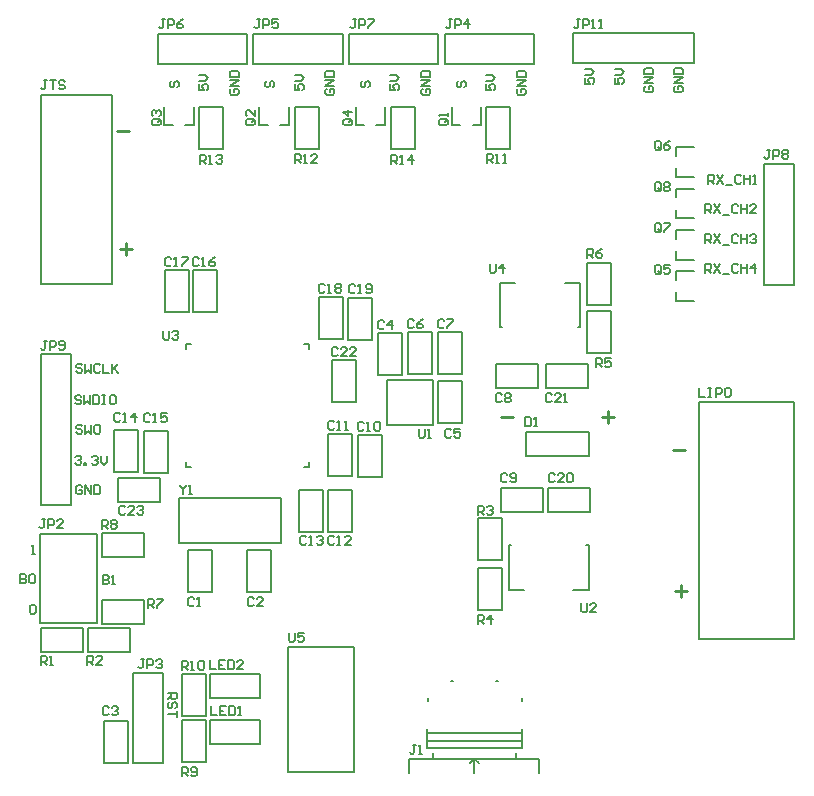
<source format=gto>
G04 Layer_Color=65535*
%FSLAX44Y44*%
%MOMM*%
G71*
G01*
G75*
%ADD40C,0.2000*%
%ADD41C,0.1270*%
%ADD42C,0.2540*%
D40*
X83500Y-159000D02*
X96500D01*
X138500D02*
X151500D01*
X149500Y-121000D02*
X151500D01*
X83500D02*
X85500D01*
X151500Y-159000D02*
Y-121000D01*
X83500Y-159000D02*
Y-121000D01*
X131000Y101500D02*
X144000D01*
X76000D02*
X89000D01*
X76000Y63500D02*
X78000D01*
X142000D02*
X144000D01*
X76000D02*
Y101500D01*
X144000Y63500D02*
Y101500D01*
X-169000Y-250000D02*
Y-230000D01*
Y-250000D02*
X-127000D01*
Y-230000D01*
X-169000D02*
X-127000D01*
X-169000Y-289000D02*
Y-269000D01*
Y-289000D02*
X-127000D01*
Y-269000D01*
X-169000D02*
X-127000D01*
X19250Y-19250D02*
Y19250D01*
X-19250Y-19250D02*
X19250D01*
X-19250D02*
Y19250D01*
X19250D01*
X-187660Y-160280D02*
Y-124720D01*
Y-160280D02*
X-167340D01*
Y-124720D01*
X-187660D02*
X-167340D01*
X-137660Y-160280D02*
Y-124720D01*
Y-160280D02*
X-117340D01*
Y-124720D01*
X-137660D02*
X-117340D01*
X-238840Y-305280D02*
Y-269720D01*
X-259160D02*
X-238840D01*
X-259160Y-305280D02*
Y-269720D01*
Y-305280D02*
X-238840D01*
X-6840Y23220D02*
Y58780D01*
X-27160D02*
X-6840D01*
X-27160Y23220D02*
Y58780D01*
Y23220D02*
X-6840D01*
X44160Y-17280D02*
Y18280D01*
X23840D02*
X44160D01*
X23840Y-17280D02*
Y18280D01*
Y-17280D02*
X44160D01*
X18651Y23702D02*
Y59262D01*
X-1669D02*
X18651D01*
X-1669Y23702D02*
Y59262D01*
Y23702D02*
X18651D01*
X44160Y23720D02*
Y59280D01*
X23840D02*
X44160D01*
X23840Y23720D02*
Y59280D01*
Y23720D02*
X44160D01*
X73220Y12340D02*
X108780D01*
Y32660D01*
X73220D02*
X108780D01*
X73220Y12340D02*
Y32660D01*
X77220Y-92660D02*
X112780D01*
Y-72340D01*
X77220D02*
X112780D01*
X77220Y-92660D02*
Y-72340D01*
X-44160Y-62780D02*
Y-27220D01*
Y-62780D02*
X-23840D01*
Y-27220D01*
X-44160D02*
X-23840D01*
X-69155Y-62262D02*
Y-26702D01*
Y-62262D02*
X-48835D01*
Y-26702D01*
X-69155D02*
X-48835D01*
X-69160Y-109280D02*
Y-73720D01*
Y-109280D02*
X-48840D01*
Y-73720D01*
X-69160D02*
X-48840D01*
X-93655Y-109762D02*
Y-74202D01*
Y-109762D02*
X-73335D01*
Y-74202D01*
X-93655D02*
X-73335D01*
X-230345Y-59281D02*
Y-23721D01*
X-250665D02*
X-230345D01*
X-250665Y-59281D02*
Y-23721D01*
Y-59281D02*
X-230345D01*
X-204840Y-59780D02*
Y-24220D01*
X-225160D02*
X-204840D01*
X-225160Y-59780D02*
Y-24220D01*
Y-59780D02*
X-204840D01*
X-183657Y76221D02*
Y111781D01*
Y76221D02*
X-163337D01*
Y111781D01*
X-183657D02*
X-163337D01*
X-207160Y76220D02*
Y111780D01*
Y76220D02*
X-186840D01*
Y111780D01*
X-207160D02*
X-186840D01*
X-56843Y53719D02*
Y89279D01*
X-77163D02*
X-56843D01*
X-77163Y53719D02*
Y89279D01*
Y53719D02*
X-56843D01*
X-31840Y53220D02*
Y88780D01*
X-52160D02*
X-31840D01*
X-52160Y53220D02*
Y88780D01*
Y53220D02*
X-31840D01*
X117220Y-72340D02*
X152780D01*
X117220Y-92660D02*
Y-72340D01*
Y-92660D02*
X152780D01*
Y-72340D01*
X115220Y32660D02*
X150780D01*
X115220Y12340D02*
Y32660D01*
Y12340D02*
X150780D01*
Y32660D01*
X-66160Y220D02*
Y35780D01*
Y220D02*
X-45840D01*
Y35780D01*
X-66160D02*
X-45840D01*
X-246780Y-63840D02*
X-211220D01*
X-246780Y-84160D02*
Y-63840D01*
Y-84160D02*
X-211220D01*
Y-63840D01*
X98000Y-45000D02*
Y-25000D01*
X152000Y-45000D02*
Y-25000D01*
X125000D02*
X152000D01*
X98000D02*
X125000D01*
Y-45000D02*
X152000D01*
X98000D02*
X125000D01*
X-16160Y214220D02*
Y249780D01*
Y214220D02*
X4160D01*
Y249780D01*
X-16160D02*
X4160D01*
X-178160Y214220D02*
Y249780D01*
Y214220D02*
X-157840D01*
Y249780D01*
X-178160D02*
X-157840D01*
X-97660Y214720D02*
Y250280D01*
Y214720D02*
X-77340D01*
Y250280D01*
X-97660D02*
X-77340D01*
X64840Y214720D02*
Y250280D01*
Y214720D02*
X85160D01*
Y250280D01*
X64840D02*
X85160D01*
X-312280Y-190840D02*
X-276720D01*
X-312280Y-211160D02*
Y-190840D01*
Y-211160D02*
X-276720D01*
Y-190840D01*
X-272780D02*
X-237220D01*
X-272780Y-211160D02*
Y-190840D01*
Y-211160D02*
X-237220D01*
Y-190840D01*
X77660Y-133780D02*
Y-98220D01*
X57340D02*
X77660D01*
X57340Y-133780D02*
Y-98220D01*
Y-133780D02*
X77660D01*
Y-175780D02*
Y-140220D01*
X57340D02*
X77660D01*
X57340Y-175780D02*
Y-140220D01*
Y-175780D02*
X77660D01*
X149840Y41720D02*
Y77280D01*
Y41720D02*
X170160D01*
Y77280D01*
X149840D02*
X170160D01*
X149840Y82220D02*
Y117780D01*
Y82220D02*
X170160D01*
Y117780D01*
X149840D02*
X170160D01*
X-260780Y-166840D02*
X-225220D01*
X-260780Y-187160D02*
Y-166840D01*
Y-187160D02*
X-225220D01*
Y-166840D01*
X-193160Y-304280D02*
Y-268720D01*
Y-304280D02*
X-172840D01*
Y-268720D01*
X-193160D02*
X-172840D01*
X-193160Y-265280D02*
Y-229720D01*
Y-265280D02*
X-172840D01*
Y-229720D01*
X-193160D02*
X-172840D01*
X-260780Y-131160D02*
X-225220D01*
Y-110840D01*
X-260780D02*
X-225220D01*
X-260780Y-131160D02*
Y-110840D01*
X-102500Y235000D02*
Y250250D01*
X-127537Y235037D02*
Y250250D01*
Y235037D02*
X-127500Y235000D01*
X-109850D02*
X-102500D01*
X-127500D02*
X-120250D01*
X60500Y235000D02*
Y250250D01*
X35463Y235037D02*
Y250250D01*
Y235037D02*
X35500Y235000D01*
X53150D02*
X60500D01*
X35500D02*
X42750D01*
X-183000Y234500D02*
Y249750D01*
X-208037Y234537D02*
Y249750D01*
Y234537D02*
X-208000Y234500D01*
X-190350D02*
X-183000D01*
X-208000D02*
X-200750D01*
X-21000D02*
Y249750D01*
X-46037Y234537D02*
Y249750D01*
Y234537D02*
X-46000Y234500D01*
X-28350D02*
X-21000D01*
X-46000D02*
X-38750D01*
X225000Y86000D02*
X240250D01*
X225037Y111037D02*
X240250D01*
X225000Y111000D02*
X225037Y111037D01*
X225000Y86000D02*
Y93350D01*
Y103750D02*
Y111000D01*
Y191000D02*
X240250D01*
X225037Y216037D02*
X240250D01*
X225000Y216000D02*
X225037Y216037D01*
X225000Y191000D02*
Y198350D01*
Y208750D02*
Y216000D01*
Y121000D02*
X240250D01*
X225037Y146037D02*
X240250D01*
X225000Y146000D02*
X225037Y146037D01*
X225000Y121000D02*
Y128350D01*
Y138750D02*
Y146000D01*
Y156000D02*
X240250D01*
X225037Y181037D02*
X240250D01*
X225000Y181000D02*
X225037Y181037D01*
X225000Y156000D02*
Y163350D01*
Y173750D02*
Y181000D01*
X-103000Y-313000D02*
Y-207000D01*
X-47000D01*
X-103000Y-313000D02*
X-47000D01*
Y-207000D01*
X14500Y-279625D02*
X94500D01*
X14500Y-286625D02*
X94500D01*
X72500Y-235625D02*
X74500D01*
X34500D02*
X36500D01*
X94500Y-292625D02*
Y-276625D01*
X14500Y-292625D02*
X94500D01*
X14500D02*
Y-276625D01*
X94500Y-252625D02*
Y-250625D01*
X15500Y-252625D02*
Y-250625D01*
X19500Y-301625D02*
Y-296625D01*
X89500Y-301625D02*
Y-296625D01*
X-500Y-301625D02*
X109500D01*
Y-313625D02*
Y-301625D01*
X-500Y-313625D02*
Y-301625D01*
X54500Y-313625D02*
Y-301625D01*
X50500Y-305625D02*
X54500Y-301625D01*
X58500Y-305625D01*
X-252500Y100000D02*
Y260000D01*
X-312500D02*
X-252500D01*
X-312500Y100000D02*
Y260000D01*
Y100000D02*
X-252500D01*
X325000Y-200000D02*
Y0D01*
X245000D02*
X325000D01*
X245000Y-200000D02*
Y0D01*
Y-200000D02*
X325000D01*
X299800Y99800D02*
X325200D01*
X299800D02*
Y201500D01*
X325200D01*
Y99800D02*
Y201500D01*
X-189500Y49500D02*
X-185000D01*
X-189500Y45000D02*
Y49500D01*
X-85500Y45000D02*
Y49500D01*
X-90000D02*
X-85500D01*
X-90000Y-54500D02*
X-85500D01*
Y-50000D01*
X-189500Y-54500D02*
X-185000D01*
X-189500D02*
Y-50000D01*
X-132600Y286800D02*
X-56900D01*
Y312200D01*
X-132600D02*
X-56900D01*
X-132600Y286800D02*
Y312200D01*
X29500Y286800D02*
X105200D01*
Y312200D01*
X29500D02*
X105200D01*
X29500Y286800D02*
Y312200D01*
X-213600Y286800D02*
X-137900D01*
Y312200D01*
X-213600D02*
X-137900D01*
X-213600Y286800D02*
Y312200D01*
X-51600Y286800D02*
X24100D01*
Y312200D01*
X-51600D02*
X24100D01*
X-51600Y286800D02*
Y312200D01*
X-195499Y-119008D02*
X-109499D01*
X-195499D02*
Y-81008D01*
X-109499D01*
Y-119008D02*
Y-81008D01*
X-265000Y-187000D02*
Y-111000D01*
X-313000D02*
X-265000D01*
X-313000Y-187000D02*
Y-111000D01*
Y-187000D02*
X-265000D01*
X-234700Y-305100D02*
X-209300D01*
X-234700D02*
Y-229400D01*
X-209300D01*
Y-305100D02*
Y-229400D01*
X138500Y287300D02*
X240200D01*
Y312700D01*
X138500D02*
X240200D01*
X138500Y287300D02*
Y312700D01*
X-312700Y-86700D02*
Y41000D01*
Y-86700D02*
X-287300D01*
Y41000D01*
X-312700D02*
X-287300D01*
D41*
X-224922Y-217383D02*
X-227461D01*
X-226191D01*
Y-223730D01*
X-227461Y-225000D01*
X-228730D01*
X-230000Y-223730D01*
X-222383Y-225000D02*
Y-217383D01*
X-218574D01*
X-217304Y-218652D01*
Y-221191D01*
X-218574Y-222461D01*
X-222383D01*
X-214765Y-218652D02*
X-213495Y-217383D01*
X-210956D01*
X-209687Y-218652D01*
Y-219922D01*
X-210956Y-221191D01*
X-212226D01*
X-210956D01*
X-209687Y-222461D01*
Y-223730D01*
X-210956Y-225000D01*
X-213495D01*
X-214765Y-223730D01*
X-308922Y-98883D02*
X-311461D01*
X-310191D01*
Y-105230D01*
X-311461Y-106500D01*
X-312730D01*
X-314000Y-105230D01*
X-306383Y-106500D02*
Y-98883D01*
X-302574D01*
X-301304Y-100152D01*
Y-102691D01*
X-302574Y-103961D01*
X-306383D01*
X-293687Y-106500D02*
X-298765D01*
X-293687Y-101422D01*
Y-100152D01*
X-294956Y-98883D01*
X-297495D01*
X-298765Y-100152D01*
X-168000Y-257383D02*
Y-265000D01*
X-162922D01*
X-155304Y-257383D02*
X-160382D01*
Y-265000D01*
X-155304D01*
X-160382Y-261191D02*
X-157843D01*
X-152765Y-257383D02*
Y-265000D01*
X-148956D01*
X-147687Y-263730D01*
Y-258652D01*
X-148956Y-257383D01*
X-152765D01*
X-145147Y-265000D02*
X-142608D01*
X-143878D01*
Y-257383D01*
X-145147Y-258652D01*
X-209000Y60617D02*
Y54270D01*
X-207730Y53000D01*
X-205191D01*
X-203922Y54270D01*
Y60617D01*
X-201383Y59348D02*
X-200113Y60617D01*
X-197574D01*
X-196304Y59348D01*
Y58078D01*
X-197574Y56809D01*
X-198843D01*
X-197574D01*
X-196304Y55539D01*
Y54270D01*
X-197574Y53000D01*
X-200113D01*
X-201383Y54270D01*
X-261000Y-107000D02*
Y-99382D01*
X-257191D01*
X-255922Y-100652D01*
Y-103191D01*
X-257191Y-104461D01*
X-261000D01*
X-258461D02*
X-255922Y-107000D01*
X-253382Y-100652D02*
X-252113Y-99382D01*
X-249574D01*
X-248304Y-100652D01*
Y-101922D01*
X-249574Y-103191D01*
X-248304Y-104461D01*
Y-105730D01*
X-249574Y-107000D01*
X-252113D01*
X-253382Y-105730D01*
Y-104461D01*
X-252113Y-103191D01*
X-253382Y-101922D01*
Y-100652D01*
X-252113Y-103191D02*
X-249574D01*
X-195000Y-69882D02*
Y-71152D01*
X-192461Y-73691D01*
X-189922Y-71152D01*
Y-69882D01*
X-192461Y-73691D02*
Y-77500D01*
X-187383D02*
X-184843D01*
X-186113D01*
Y-69882D01*
X-187383Y-71152D01*
X-102500Y-194883D02*
Y-201230D01*
X-101230Y-202500D01*
X-98691D01*
X-97422Y-201230D01*
Y-194883D01*
X-89804D02*
X-94882D01*
Y-198691D01*
X-92343Y-197422D01*
X-91074D01*
X-89804Y-198691D01*
Y-201230D01*
X-91074Y-202500D01*
X-93613D01*
X-94882Y-201230D01*
X67500Y117618D02*
Y111270D01*
X68770Y110000D01*
X71309D01*
X72578Y111270D01*
Y117618D01*
X78926Y110000D02*
Y117618D01*
X75118Y113809D01*
X80196D01*
X145000Y-169883D02*
Y-176230D01*
X146270Y-177500D01*
X148809D01*
X150078Y-176230D01*
Y-169883D01*
X157696Y-177500D02*
X152618D01*
X157696Y-172422D01*
Y-171152D01*
X156426Y-169883D01*
X153887D01*
X152618Y-171152D01*
X7500Y-22383D02*
Y-28730D01*
X8770Y-30000D01*
X11309D01*
X12578Y-28730D01*
Y-22383D01*
X15117Y-30000D02*
X17657D01*
X16387D01*
Y-22383D01*
X15117Y-23652D01*
X-193000Y-226500D02*
Y-218883D01*
X-189191D01*
X-187922Y-220152D01*
Y-222691D01*
X-189191Y-223961D01*
X-193000D01*
X-190461D02*
X-187922Y-226500D01*
X-185382D02*
X-182843D01*
X-184113D01*
Y-218883D01*
X-185382Y-220152D01*
X-179035D02*
X-177765Y-218883D01*
X-175226D01*
X-173956Y-220152D01*
Y-225230D01*
X-175226Y-226500D01*
X-177765D01*
X-179035Y-225230D01*
Y-220152D01*
X-193000Y-316500D02*
Y-308883D01*
X-189191D01*
X-187922Y-310152D01*
Y-312691D01*
X-189191Y-313961D01*
X-193000D01*
X-190461D02*
X-187922Y-316500D01*
X-185382Y-315230D02*
X-184113Y-316500D01*
X-181574D01*
X-180304Y-315230D01*
Y-310152D01*
X-181574Y-308883D01*
X-184113D01*
X-185382Y-310152D01*
Y-311422D01*
X-184113Y-312691D01*
X-180304D01*
X-222000Y-174000D02*
Y-166383D01*
X-218191D01*
X-216922Y-167652D01*
Y-170191D01*
X-218191Y-171461D01*
X-222000D01*
X-219461D02*
X-216922Y-174000D01*
X-214382Y-166383D02*
X-209304D01*
Y-167652D01*
X-214382Y-172730D01*
Y-174000D01*
X150000Y122500D02*
Y130118D01*
X153809D01*
X155078Y128848D01*
Y126309D01*
X153809Y125039D01*
X150000D01*
X152539D02*
X155078Y122500D01*
X162696Y130118D02*
X160157Y128848D01*
X157618Y126309D01*
Y123770D01*
X158887Y122500D01*
X161426D01*
X162696Y123770D01*
Y125039D01*
X161426Y126309D01*
X157618D01*
X157500Y30000D02*
Y37617D01*
X161309D01*
X162578Y36348D01*
Y33809D01*
X161309Y32539D01*
X157500D01*
X160039D02*
X162578Y30000D01*
X170196Y37617D02*
X165117D01*
Y33809D01*
X167657Y35078D01*
X168926D01*
X170196Y33809D01*
Y31270D01*
X168926Y30000D01*
X166387D01*
X165117Y31270D01*
X57500Y-187500D02*
Y-179883D01*
X61309D01*
X62578Y-181152D01*
Y-183691D01*
X61309Y-184961D01*
X57500D01*
X60039D02*
X62578Y-187500D01*
X68926D02*
Y-179883D01*
X65118Y-183691D01*
X70196D01*
X57500Y-95000D02*
Y-87382D01*
X61309D01*
X62578Y-88652D01*
Y-91191D01*
X61309Y-92461D01*
X57500D01*
X60039D02*
X62578Y-95000D01*
X65118Y-88652D02*
X66387Y-87382D01*
X68926D01*
X70196Y-88652D01*
Y-89922D01*
X68926Y-91191D01*
X67657D01*
X68926D01*
X70196Y-92461D01*
Y-93730D01*
X68926Y-95000D01*
X66387D01*
X65118Y-93730D01*
X-273000Y-222000D02*
Y-214382D01*
X-269191D01*
X-267922Y-215652D01*
Y-218191D01*
X-269191Y-219461D01*
X-273000D01*
X-270461D02*
X-267922Y-222000D01*
X-260304D02*
X-265382D01*
X-260304Y-216922D01*
Y-215652D01*
X-261574Y-214382D01*
X-264113D01*
X-265382Y-215652D01*
X-312500Y-222000D02*
Y-214382D01*
X-308691D01*
X-307422Y-215652D01*
Y-218191D01*
X-308691Y-219461D01*
X-312500D01*
X-309961D02*
X-307422Y-222000D01*
X-304882D02*
X-302343D01*
X-303613D01*
Y-214382D01*
X-304882Y-215652D01*
X212578Y180270D02*
Y185348D01*
X211309Y186618D01*
X208770D01*
X207500Y185348D01*
Y180270D01*
X208770Y179000D01*
X211309D01*
X210039Y181539D02*
X212578Y179000D01*
X211309D02*
X212578Y180270D01*
X215117Y185348D02*
X216387Y186618D01*
X218926D01*
X220196Y185348D01*
Y184078D01*
X218926Y182809D01*
X220196Y181539D01*
Y180270D01*
X218926Y179000D01*
X216387D01*
X215117Y180270D01*
Y181539D01*
X216387Y182809D01*
X215117Y184078D01*
Y185348D01*
X216387Y182809D02*
X218926D01*
X212578Y145269D02*
Y150348D01*
X211309Y151617D01*
X208770D01*
X207500Y150348D01*
Y145269D01*
X208770Y144000D01*
X211309D01*
X210039Y146539D02*
X212578Y144000D01*
X211309D02*
X212578Y145269D01*
X215117Y151617D02*
X220196D01*
Y150348D01*
X215117Y145269D01*
Y144000D01*
X212578Y215270D02*
Y220348D01*
X211309Y221618D01*
X208770D01*
X207500Y220348D01*
Y215270D01*
X208770Y214000D01*
X211309D01*
X210039Y216539D02*
X212578Y214000D01*
X211309D02*
X212578Y215270D01*
X220196Y221618D02*
X217657Y220348D01*
X215117Y217809D01*
Y215270D01*
X216387Y214000D01*
X218926D01*
X220196Y215270D01*
Y216539D01*
X218926Y217809D01*
X215117D01*
X212578Y110269D02*
Y115348D01*
X211309Y116617D01*
X208770D01*
X207500Y115348D01*
Y110269D01*
X208770Y109000D01*
X211309D01*
X210039Y111539D02*
X212578Y109000D01*
X211309D02*
X212578Y110269D01*
X220196Y116617D02*
X215117D01*
Y112809D01*
X217657Y114078D01*
X218926D01*
X220196Y112809D01*
Y110269D01*
X218926Y109000D01*
X216387D01*
X215117Y110269D01*
X-50270Y239578D02*
X-55348D01*
X-56617Y238309D01*
Y235770D01*
X-55348Y234500D01*
X-50270D01*
X-49000Y235770D01*
Y238309D01*
X-51539Y237039D02*
X-49000Y239578D01*
Y238309D02*
X-50270Y239578D01*
X-49000Y245926D02*
X-56617D01*
X-52809Y242118D01*
Y247196D01*
X-212270Y239578D02*
X-217348D01*
X-218617Y238309D01*
Y235770D01*
X-217348Y234500D01*
X-212270D01*
X-211000Y235770D01*
Y238309D01*
X-213539Y237039D02*
X-211000Y239578D01*
Y238309D02*
X-212270Y239578D01*
X-217348Y242118D02*
X-218617Y243387D01*
Y245926D01*
X-217348Y247196D01*
X-216078D01*
X-214809Y245926D01*
Y244657D01*
Y245926D01*
X-213539Y247196D01*
X-212270D01*
X-211000Y245926D01*
Y243387D01*
X-212270Y242118D01*
X30730Y239578D02*
X25652D01*
X24383Y238309D01*
Y235770D01*
X25652Y234500D01*
X30730D01*
X32000Y235770D01*
Y238309D01*
X29461Y237039D02*
X32000Y239578D01*
Y238309D02*
X30730Y239578D01*
X32000Y242118D02*
Y244657D01*
Y243387D01*
X24383D01*
X25652Y242118D01*
X245000Y12617D02*
Y5000D01*
X250078D01*
X252617Y12617D02*
X255157D01*
X253887D01*
Y5000D01*
X252617D01*
X255157D01*
X258965D02*
Y12617D01*
X262774D01*
X264044Y11348D01*
Y8809D01*
X262774Y7539D01*
X258965D01*
X270392Y12617D02*
X267853D01*
X266583Y11348D01*
Y6270D01*
X267853Y5000D01*
X270392D01*
X271661Y6270D01*
Y11348D01*
X270392Y12617D01*
X-169000Y-218382D02*
Y-226000D01*
X-163922D01*
X-156304Y-218382D02*
X-161383D01*
Y-226000D01*
X-156304D01*
X-161383Y-222191D02*
X-158843D01*
X-153765Y-218382D02*
Y-226000D01*
X-149956D01*
X-148687Y-224730D01*
Y-219652D01*
X-149956Y-218382D01*
X-153765D01*
X-141069Y-226000D02*
X-146147D01*
X-141069Y-220922D01*
Y-219652D01*
X-142339Y-218382D01*
X-144878D01*
X-146147Y-219652D01*
X-307422Y272617D02*
X-309961D01*
X-308691D01*
Y266270D01*
X-309961Y265000D01*
X-311230D01*
X-312500Y266270D01*
X-304883Y272617D02*
X-299804D01*
X-302343D01*
Y265000D01*
X-292187Y271348D02*
X-293456Y272617D01*
X-295995D01*
X-297265Y271348D01*
Y270078D01*
X-295995Y268809D01*
X-293456D01*
X-292187Y267539D01*
Y266270D01*
X-293456Y265000D01*
X-295995D01*
X-297265Y266270D01*
X143678Y324618D02*
X141139D01*
X142409D01*
Y318270D01*
X141139Y317000D01*
X139870D01*
X138600Y318270D01*
X146217Y317000D02*
Y324618D01*
X150026D01*
X151296Y323348D01*
Y320809D01*
X150026Y319539D01*
X146217D01*
X153835Y317000D02*
X156374D01*
X155105D01*
Y324618D01*
X153835Y323348D01*
X160183Y317000D02*
X162722D01*
X161453D01*
Y324618D01*
X160183Y323348D01*
X-307422Y52217D02*
X-309961D01*
X-308691D01*
Y45870D01*
X-309961Y44600D01*
X-311230D01*
X-312500Y45870D01*
X-304883Y44600D02*
Y52217D01*
X-301074D01*
X-299804Y50948D01*
Y48409D01*
X-301074Y47139D01*
X-304883D01*
X-297265Y45870D02*
X-295995Y44600D01*
X-293456D01*
X-292187Y45870D01*
Y50948D01*
X-293456Y52217D01*
X-295995D01*
X-297265Y50948D01*
Y49678D01*
X-295995Y48409D01*
X-292187D01*
X305078Y214118D02*
X302539D01*
X303809D01*
Y207770D01*
X302539Y206500D01*
X301270D01*
X300000Y207770D01*
X307617Y206500D02*
Y214118D01*
X311426D01*
X312696Y212848D01*
Y210309D01*
X311426Y209039D01*
X307617D01*
X315235Y212848D02*
X316505Y214118D01*
X319044D01*
X320313Y212848D01*
Y211578D01*
X319044Y210309D01*
X320313Y209039D01*
Y207770D01*
X319044Y206500D01*
X316505D01*
X315235Y207770D01*
Y209039D01*
X316505Y210309D01*
X315235Y211578D01*
Y212848D01*
X316505Y210309D02*
X319044D01*
X-45522Y324618D02*
X-48061D01*
X-46791D01*
Y318270D01*
X-48061Y317000D01*
X-49330D01*
X-50600Y318270D01*
X-42983Y317000D02*
Y324618D01*
X-39174D01*
X-37904Y323348D01*
Y320809D01*
X-39174Y319539D01*
X-42983D01*
X-35365Y324618D02*
X-30287D01*
Y323348D01*
X-35365Y318270D01*
Y317000D01*
X-207522Y324618D02*
X-210061D01*
X-208791D01*
Y318270D01*
X-210061Y317000D01*
X-211330D01*
X-212600Y318270D01*
X-204982Y317000D02*
Y324618D01*
X-201174D01*
X-199904Y323348D01*
Y320809D01*
X-201174Y319539D01*
X-204982D01*
X-192287Y324618D02*
X-194826Y323348D01*
X-197365Y320809D01*
Y318270D01*
X-196095Y317000D01*
X-193556D01*
X-192287Y318270D01*
Y319539D01*
X-193556Y320809D01*
X-197365D01*
X35578Y324618D02*
X33039D01*
X34309D01*
Y318270D01*
X33039Y317000D01*
X31770D01*
X30500Y318270D01*
X38117Y317000D02*
Y324618D01*
X41926D01*
X43196Y323348D01*
Y320809D01*
X41926Y319539D01*
X38117D01*
X49544Y317000D02*
Y324618D01*
X45735Y320809D01*
X50813D01*
X5078Y-289883D02*
X2539D01*
X3809D01*
Y-296230D01*
X2539Y-297500D01*
X1270D01*
X0Y-296230D01*
X7617Y-297500D02*
X10157D01*
X8887D01*
Y-289883D01*
X7617Y-291152D01*
X97500Y-12383D02*
Y-20000D01*
X101309D01*
X102578Y-18730D01*
Y-13652D01*
X101309Y-12383D01*
X97500D01*
X105118Y-20000D02*
X107657D01*
X106387D01*
Y-12383D01*
X105118Y-13652D01*
X-240922Y-88652D02*
X-242191Y-87382D01*
X-244730D01*
X-246000Y-88652D01*
Y-93730D01*
X-244730Y-95000D01*
X-242191D01*
X-240922Y-93730D01*
X-233304Y-95000D02*
X-238382D01*
X-233304Y-89922D01*
Y-88652D01*
X-234574Y-87382D01*
X-237113D01*
X-238382Y-88652D01*
X-230765D02*
X-229495Y-87382D01*
X-226956D01*
X-225687Y-88652D01*
Y-89922D01*
X-226956Y-91191D01*
X-228226D01*
X-226956D01*
X-225687Y-92461D01*
Y-93730D01*
X-226956Y-95000D01*
X-229495D01*
X-230765Y-93730D01*
X-60922Y45348D02*
X-62191Y46617D01*
X-64730D01*
X-66000Y45348D01*
Y40270D01*
X-64730Y39000D01*
X-62191D01*
X-60922Y40270D01*
X-53304Y39000D02*
X-58382D01*
X-53304Y44078D01*
Y45348D01*
X-54574Y46617D01*
X-57113D01*
X-58382Y45348D01*
X-45686Y39000D02*
X-50765D01*
X-45686Y44078D01*
Y45348D01*
X-46956Y46617D01*
X-49495D01*
X-50765Y45348D01*
X120078Y6348D02*
X118809Y7617D01*
X116270D01*
X115000Y6348D01*
Y1270D01*
X116270Y0D01*
X118809D01*
X120078Y1270D01*
X127696Y0D02*
X122618D01*
X127696Y5078D01*
Y6348D01*
X126426Y7617D01*
X123887D01*
X122618Y6348D01*
X130235Y0D02*
X132774D01*
X131505D01*
Y7617D01*
X130235Y6348D01*
X122578Y-61152D02*
X121309Y-59882D01*
X118770D01*
X117500Y-61152D01*
Y-66230D01*
X118770Y-67500D01*
X121309D01*
X122578Y-66230D01*
X130196Y-67500D02*
X125118D01*
X130196Y-62422D01*
Y-61152D01*
X128926Y-59882D01*
X126387D01*
X125118Y-61152D01*
X132735D02*
X134005Y-59882D01*
X136544D01*
X137813Y-61152D01*
Y-66230D01*
X136544Y-67500D01*
X134005D01*
X132735Y-66230D01*
Y-61152D01*
X-46418Y98849D02*
X-47688Y100118D01*
X-50227D01*
X-51497Y98849D01*
Y93770D01*
X-50227Y92501D01*
X-47688D01*
X-46418Y93770D01*
X-43879Y92501D02*
X-41340D01*
X-42609D01*
Y100118D01*
X-43879Y98849D01*
X-37531Y93770D02*
X-36261Y92501D01*
X-33722D01*
X-32453Y93770D01*
Y98849D01*
X-33722Y100118D01*
X-36261D01*
X-37531Y98849D01*
Y97579D01*
X-36261Y96309D01*
X-32453D01*
X-71922Y99348D02*
X-73191Y100618D01*
X-75730D01*
X-77000Y99348D01*
Y94270D01*
X-75730Y93000D01*
X-73191D01*
X-71922Y94270D01*
X-69383Y93000D02*
X-66843D01*
X-68113D01*
Y100618D01*
X-69383Y99348D01*
X-63035D02*
X-61765Y100618D01*
X-59226D01*
X-57956Y99348D01*
Y98078D01*
X-59226Y96809D01*
X-57956Y95539D01*
Y94270D01*
X-59226Y93000D01*
X-61765D01*
X-63035Y94270D01*
Y95539D01*
X-61765Y96809D01*
X-63035Y98078D01*
Y99348D01*
X-61765Y96809D02*
X-59226D01*
X-201922Y121848D02*
X-203191Y123118D01*
X-205730D01*
X-207000Y121848D01*
Y116770D01*
X-205730Y115500D01*
X-203191D01*
X-201922Y116770D01*
X-199382Y115500D02*
X-196843D01*
X-198113D01*
Y123118D01*
X-199382Y121848D01*
X-193034Y123118D02*
X-187956D01*
Y121848D01*
X-193034Y116770D01*
Y115500D01*
X-178922Y121848D02*
X-180191Y123118D01*
X-182730D01*
X-184000Y121848D01*
Y116770D01*
X-182730Y115500D01*
X-180191D01*
X-178922Y116770D01*
X-176383Y115500D02*
X-173843D01*
X-175113D01*
Y123118D01*
X-176383Y121848D01*
X-164956Y123118D02*
X-167495Y121848D01*
X-170035Y119309D01*
Y116770D01*
X-168765Y115500D01*
X-166226D01*
X-164956Y116770D01*
Y118039D01*
X-166226Y119309D01*
X-170035D01*
X-219726Y-10490D02*
X-220995Y-9220D01*
X-223534D01*
X-224804Y-10490D01*
Y-15568D01*
X-223534Y-16838D01*
X-220995D01*
X-219726Y-15568D01*
X-217187Y-16838D02*
X-214647D01*
X-215917D01*
Y-9220D01*
X-217187Y-10490D01*
X-205760Y-9220D02*
X-210839D01*
Y-13029D01*
X-208299Y-11760D01*
X-207030D01*
X-205760Y-13029D01*
Y-15568D01*
X-207030Y-16838D01*
X-209569D01*
X-210839Y-15568D01*
X-245380Y-9982D02*
X-246649Y-8712D01*
X-249188D01*
X-250458Y-9982D01*
Y-15060D01*
X-249188Y-16330D01*
X-246649D01*
X-245380Y-15060D01*
X-242840Y-16330D02*
X-240301D01*
X-241571D01*
Y-8712D01*
X-242840Y-9982D01*
X-232684Y-16330D02*
Y-8712D01*
X-236493Y-12521D01*
X-231414D01*
X-87922Y-114152D02*
X-89191Y-112882D01*
X-91730D01*
X-93000Y-114152D01*
Y-119230D01*
X-91730Y-120500D01*
X-89191D01*
X-87922Y-119230D01*
X-85382Y-120500D02*
X-82843D01*
X-84113D01*
Y-112882D01*
X-85382Y-114152D01*
X-79035D02*
X-77765Y-112882D01*
X-75226D01*
X-73956Y-114152D01*
Y-115422D01*
X-75226Y-116691D01*
X-76495D01*
X-75226D01*
X-73956Y-117961D01*
Y-119230D01*
X-75226Y-120500D01*
X-77765D01*
X-79035Y-119230D01*
X-63922Y-114152D02*
X-65191Y-112882D01*
X-67730D01*
X-69000Y-114152D01*
Y-119230D01*
X-67730Y-120500D01*
X-65191D01*
X-63922Y-119230D01*
X-61382Y-120500D02*
X-58843D01*
X-60113D01*
Y-112882D01*
X-61382Y-114152D01*
X-49956Y-120500D02*
X-55034D01*
X-49956Y-115422D01*
Y-114152D01*
X-51226Y-112882D01*
X-53765D01*
X-55034Y-114152D01*
X-63922Y-16652D02*
X-65191Y-15382D01*
X-67730D01*
X-69000Y-16652D01*
Y-21730D01*
X-67730Y-23000D01*
X-65191D01*
X-63922Y-21730D01*
X-61382Y-23000D02*
X-58843D01*
X-60113D01*
Y-15382D01*
X-61382Y-16652D01*
X-55034Y-23000D02*
X-52495D01*
X-53765D01*
Y-15382D01*
X-55034Y-16652D01*
X-38922Y-17652D02*
X-40191Y-16382D01*
X-42730D01*
X-44000Y-17652D01*
Y-22730D01*
X-42730Y-24000D01*
X-40191D01*
X-38922Y-22730D01*
X-36383Y-24000D02*
X-33843D01*
X-35113D01*
Y-16382D01*
X-36383Y-17652D01*
X-30034D02*
X-28765Y-16382D01*
X-26226D01*
X-24956Y-17652D01*
Y-22730D01*
X-26226Y-24000D01*
X-28765D01*
X-30034Y-22730D01*
Y-17652D01*
X82578Y-61152D02*
X81309Y-59882D01*
X78770D01*
X77500Y-61152D01*
Y-66230D01*
X78770Y-67500D01*
X81309D01*
X82578Y-66230D01*
X85118D02*
X86387Y-67500D01*
X88926D01*
X90196Y-66230D01*
Y-61152D01*
X88926Y-59882D01*
X86387D01*
X85118Y-61152D01*
Y-62422D01*
X86387Y-63691D01*
X90196D01*
X77578Y6348D02*
X76309Y7617D01*
X73770D01*
X72500Y6348D01*
Y1270D01*
X73770Y0D01*
X76309D01*
X77578Y1270D01*
X80118Y6348D02*
X81387Y7617D01*
X83926D01*
X85196Y6348D01*
Y5078D01*
X83926Y3809D01*
X85196Y2539D01*
Y1270D01*
X83926Y0D01*
X81387D01*
X80118Y1270D01*
Y2539D01*
X81387Y3809D01*
X80118Y5078D01*
Y6348D01*
X81387Y3809D02*
X83926D01*
X29078Y69348D02*
X27809Y70617D01*
X25270D01*
X24000Y69348D01*
Y64270D01*
X25270Y63000D01*
X27809D01*
X29078Y64270D01*
X31618Y70617D02*
X36696D01*
Y69348D01*
X31618Y64270D01*
Y63000D01*
X3078Y69348D02*
X1809Y70617D01*
X-730D01*
X-2000Y69348D01*
Y64270D01*
X-730Y63000D01*
X1809D01*
X3078Y64270D01*
X10696Y70617D02*
X8157Y69348D01*
X5617Y66809D01*
Y64270D01*
X6887Y63000D01*
X9426D01*
X10696Y64270D01*
Y65539D01*
X9426Y66809D01*
X5617D01*
X35078Y-23652D02*
X33809Y-22383D01*
X31270D01*
X30000Y-23652D01*
Y-28730D01*
X31270Y-30000D01*
X33809D01*
X35078Y-28730D01*
X42696Y-22383D02*
X37617D01*
Y-26191D01*
X40157Y-24922D01*
X41426D01*
X42696Y-26191D01*
Y-28730D01*
X41426Y-30000D01*
X38887D01*
X37617Y-28730D01*
X-21922Y68348D02*
X-23191Y69618D01*
X-25730D01*
X-27000Y68348D01*
Y63270D01*
X-25730Y62000D01*
X-23191D01*
X-21922Y63270D01*
X-15574Y62000D02*
Y69618D01*
X-19382Y65809D01*
X-14304D01*
X-254922Y-258652D02*
X-256191Y-257383D01*
X-258730D01*
X-260000Y-258652D01*
Y-263730D01*
X-258730Y-265000D01*
X-256191D01*
X-254922Y-263730D01*
X-252383Y-258652D02*
X-251113Y-257383D01*
X-248574D01*
X-247304Y-258652D01*
Y-259922D01*
X-248574Y-261191D01*
X-249843D01*
X-248574D01*
X-247304Y-262461D01*
Y-263730D01*
X-248574Y-265000D01*
X-251113D01*
X-252383Y-263730D01*
X-132422Y-166152D02*
X-133691Y-164883D01*
X-136230D01*
X-137500Y-166152D01*
Y-171230D01*
X-136230Y-172500D01*
X-133691D01*
X-132422Y-171230D01*
X-124804Y-172500D02*
X-129882D01*
X-124804Y-167422D01*
Y-166152D01*
X-126074Y-164883D01*
X-128613D01*
X-129882Y-166152D01*
X-182422D02*
X-183691Y-164883D01*
X-186230D01*
X-187500Y-166152D01*
Y-171230D01*
X-186230Y-172500D01*
X-183691D01*
X-182422Y-171230D01*
X-179883Y-172500D02*
X-177343D01*
X-178613D01*
Y-164883D01*
X-179883Y-166152D01*
X-132770Y239578D02*
X-137848D01*
X-139117Y238309D01*
Y235770D01*
X-137848Y234500D01*
X-132770D01*
X-131500Y235770D01*
Y238309D01*
X-134039Y237039D02*
X-131500Y239578D01*
Y238309D02*
X-132770Y239578D01*
X-131500Y247196D02*
Y242118D01*
X-136578Y247196D01*
X-137848D01*
X-139117Y245926D01*
Y243387D01*
X-137848Y242118D01*
X-126922Y324618D02*
X-129461D01*
X-128191D01*
Y318270D01*
X-129461Y317000D01*
X-130730D01*
X-132000Y318270D01*
X-124382Y317000D02*
Y324618D01*
X-120574D01*
X-119304Y323348D01*
Y320809D01*
X-120574Y319539D01*
X-124382D01*
X-111686Y324618D02*
X-116765D01*
Y320809D01*
X-114226Y322078D01*
X-112956D01*
X-111686Y320809D01*
Y318270D01*
X-112956Y317000D01*
X-115495D01*
X-116765Y318270D01*
X65000Y203000D02*
Y210618D01*
X68809D01*
X70078Y209348D01*
Y206809D01*
X68809Y205539D01*
X65000D01*
X67539D02*
X70078Y203000D01*
X72618D02*
X75157D01*
X73887D01*
Y210618D01*
X72618Y209348D01*
X78966Y203000D02*
X81505D01*
X80235D01*
Y210618D01*
X78966Y209348D01*
X-97500Y202500D02*
Y210117D01*
X-93691D01*
X-92422Y208848D01*
Y206309D01*
X-93691Y205039D01*
X-97500D01*
X-94961D02*
X-92422Y202500D01*
X-89882D02*
X-87343D01*
X-88613D01*
Y210117D01*
X-89882Y208848D01*
X-78456Y202500D02*
X-83534D01*
X-78456Y207578D01*
Y208848D01*
X-79726Y210117D01*
X-82265D01*
X-83534Y208848D01*
X-178000Y202000D02*
Y209618D01*
X-174191D01*
X-172922Y208348D01*
Y205809D01*
X-174191Y204539D01*
X-178000D01*
X-175461D02*
X-172922Y202000D01*
X-170382D02*
X-167843D01*
X-169113D01*
Y209618D01*
X-170382Y208348D01*
X-164035D02*
X-162765Y209618D01*
X-160226D01*
X-158956Y208348D01*
Y207078D01*
X-160226Y205809D01*
X-161495D01*
X-160226D01*
X-158956Y204539D01*
Y203270D01*
X-160226Y202000D01*
X-162765D01*
X-164035Y203270D01*
X-16000Y201500D02*
Y209118D01*
X-12191D01*
X-10922Y207848D01*
Y205309D01*
X-12191Y204039D01*
X-16000D01*
X-13461D02*
X-10922Y201500D01*
X-8382D02*
X-5843D01*
X-7113D01*
Y209118D01*
X-8382Y207848D01*
X1774Y201500D02*
Y209118D01*
X-2034Y205309D01*
X3044D01*
X250000Y110000D02*
Y117618D01*
X253809D01*
X255078Y116348D01*
Y113809D01*
X253809Y112539D01*
X250000D01*
X252539D02*
X255078Y110000D01*
X257617Y117618D02*
X262696Y110000D01*
Y117618D02*
X257617Y110000D01*
X265235Y108730D02*
X270313D01*
X277931Y116348D02*
X276661Y117618D01*
X274122D01*
X272853Y116348D01*
Y111270D01*
X274122Y110000D01*
X276661D01*
X277931Y111270D01*
X280470Y117618D02*
Y110000D01*
Y113809D01*
X285548D01*
Y117618D01*
Y110000D01*
X291896D02*
Y117618D01*
X288088Y113809D01*
X293166D01*
X250000Y135000D02*
Y142618D01*
X253809D01*
X255078Y141348D01*
Y138809D01*
X253809Y137539D01*
X250000D01*
X252539D02*
X255078Y135000D01*
X257617Y142618D02*
X262696Y135000D01*
Y142618D02*
X257617Y135000D01*
X265235Y133730D02*
X270313D01*
X277931Y141348D02*
X276661Y142618D01*
X274122D01*
X272853Y141348D01*
Y136270D01*
X274122Y135000D01*
X276661D01*
X277931Y136270D01*
X280470Y142618D02*
Y135000D01*
Y138809D01*
X285548D01*
Y142618D01*
Y135000D01*
X288088Y141348D02*
X289357Y142618D01*
X291896D01*
X293166Y141348D01*
Y140078D01*
X291896Y138809D01*
X290627D01*
X291896D01*
X293166Y137539D01*
Y136270D01*
X291896Y135000D01*
X289357D01*
X288088Y136270D01*
X250000Y160000D02*
Y167618D01*
X253809D01*
X255078Y166348D01*
Y163809D01*
X253809Y162539D01*
X250000D01*
X252539D02*
X255078Y160000D01*
X257617Y167618D02*
X262696Y160000D01*
Y167618D02*
X257617Y160000D01*
X265235Y158730D02*
X270313D01*
X277931Y166348D02*
X276661Y167618D01*
X274122D01*
X272853Y166348D01*
Y161270D01*
X274122Y160000D01*
X276661D01*
X277931Y161270D01*
X280470Y167618D02*
Y160000D01*
Y163809D01*
X285548D01*
Y167618D01*
Y160000D01*
X293166D02*
X288088D01*
X293166Y165078D01*
Y166348D01*
X291896Y167618D01*
X289357D01*
X288088Y166348D01*
X252500Y185000D02*
Y192618D01*
X256309D01*
X257578Y191348D01*
Y188809D01*
X256309Y187539D01*
X252500D01*
X255039D02*
X257578Y185000D01*
X260117Y192618D02*
X265196Y185000D01*
Y192618D02*
X260117Y185000D01*
X267735Y183730D02*
X272813D01*
X280431Y191348D02*
X279161Y192618D01*
X276622D01*
X275353Y191348D01*
Y186270D01*
X276622Y185000D01*
X279161D01*
X280431Y186270D01*
X282970Y192618D02*
Y185000D01*
Y188809D01*
X288048D01*
Y192618D01*
Y185000D01*
X290588D02*
X293127D01*
X291857D01*
Y192618D01*
X290588Y191348D01*
X-121248Y272078D02*
X-122517Y270809D01*
Y268270D01*
X-121248Y267000D01*
X-119978D01*
X-118709Y268270D01*
Y270809D01*
X-117439Y272078D01*
X-116170D01*
X-114900Y270809D01*
Y268270D01*
X-116170Y267000D01*
X-97517Y269578D02*
Y264500D01*
X-93709D01*
X-94978Y267039D01*
Y268309D01*
X-93709Y269578D01*
X-91170D01*
X-89900Y268309D01*
Y265770D01*
X-91170Y264500D01*
X-97517Y272118D02*
X-92439D01*
X-89900Y274657D01*
X-92439Y277196D01*
X-97517D01*
X-70248Y265578D02*
X-71518Y264309D01*
Y261770D01*
X-70248Y260500D01*
X-65170D01*
X-63900Y261770D01*
Y264309D01*
X-65170Y265578D01*
X-67709D01*
Y263039D01*
X-63900Y268118D02*
X-71518D01*
X-63900Y273196D01*
X-71518D01*
Y275735D02*
X-63900D01*
Y279544D01*
X-65170Y280814D01*
X-70248D01*
X-71518Y279544D01*
Y275735D01*
X40852Y272078D02*
X39582Y270809D01*
Y268270D01*
X40852Y267000D01*
X42122D01*
X43391Y268270D01*
Y270809D01*
X44661Y272078D01*
X45930D01*
X47200Y270809D01*
Y268270D01*
X45930Y267000D01*
X64582Y269578D02*
Y264500D01*
X68391D01*
X67122Y267039D01*
Y268309D01*
X68391Y269578D01*
X70930D01*
X72200Y268309D01*
Y265770D01*
X70930Y264500D01*
X64582Y272118D02*
X69661D01*
X72200Y274657D01*
X69661Y277196D01*
X64582D01*
X91852Y265578D02*
X90582Y264309D01*
Y261770D01*
X91852Y260500D01*
X96930D01*
X98200Y261770D01*
Y264309D01*
X96930Y265578D01*
X94391D01*
Y263039D01*
X98200Y268118D02*
X90582D01*
X98200Y273196D01*
X90582D01*
Y275735D02*
X98200D01*
Y279544D01*
X96930Y280814D01*
X91852D01*
X90582Y279544D01*
Y275735D01*
X-202248Y272078D02*
X-203518Y270809D01*
Y268270D01*
X-202248Y267000D01*
X-200978D01*
X-199709Y268270D01*
Y270809D01*
X-198439Y272078D01*
X-197170D01*
X-195900Y270809D01*
Y268270D01*
X-197170Y267000D01*
X-178518Y269578D02*
Y264500D01*
X-174709D01*
X-175978Y267039D01*
Y268309D01*
X-174709Y269578D01*
X-172170D01*
X-170900Y268309D01*
Y265770D01*
X-172170Y264500D01*
X-178518Y272118D02*
X-173439D01*
X-170900Y274657D01*
X-173439Y277196D01*
X-178518D01*
X-151248Y265578D02*
X-152518Y264309D01*
Y261770D01*
X-151248Y260500D01*
X-146170D01*
X-144900Y261770D01*
Y264309D01*
X-146170Y265578D01*
X-148709D01*
Y263039D01*
X-144900Y268118D02*
X-152518D01*
X-144900Y273196D01*
X-152518D01*
Y275735D02*
X-144900D01*
Y279544D01*
X-146170Y280814D01*
X-151248D01*
X-152518Y279544D01*
Y275735D01*
X-40248Y272078D02*
X-41518Y270809D01*
Y268270D01*
X-40248Y267000D01*
X-38978D01*
X-37709Y268270D01*
Y270809D01*
X-36439Y272078D01*
X-35170D01*
X-33900Y270809D01*
Y268270D01*
X-35170Y267000D01*
X-16517Y269578D02*
Y264500D01*
X-12709D01*
X-13978Y267039D01*
Y268309D01*
X-12709Y269578D01*
X-10170D01*
X-8900Y268309D01*
Y265770D01*
X-10170Y264500D01*
X-16517Y272118D02*
X-11439D01*
X-8900Y274657D01*
X-11439Y277196D01*
X-16517D01*
X10752Y265578D02*
X9482Y264309D01*
Y261770D01*
X10752Y260500D01*
X15830D01*
X17100Y261770D01*
Y264309D01*
X15830Y265578D01*
X13291D01*
Y263039D01*
X17100Y268118D02*
X9482D01*
X17100Y273196D01*
X9482D01*
Y275735D02*
X17100D01*
Y279544D01*
X15830Y280814D01*
X10752D01*
X9482Y279544D01*
Y275735D01*
X-322000Y-172652D02*
X-320730Y-171383D01*
X-318191D01*
X-316922Y-172652D01*
Y-177730D01*
X-318191Y-179000D01*
X-320730D01*
X-322000Y-177730D01*
Y-172652D01*
X-320000Y-128000D02*
X-317461D01*
X-318730D01*
Y-120382D01*
X-320000Y-121652D01*
X-260000Y-146383D02*
Y-154000D01*
X-256191D01*
X-254922Y-152730D01*
Y-151461D01*
X-256191Y-150191D01*
X-260000D01*
X-256191D01*
X-254922Y-148922D01*
Y-147652D01*
X-256191Y-146383D01*
X-260000D01*
X-252383Y-154000D02*
X-249843D01*
X-251113D01*
Y-146383D01*
X-252383Y-147652D01*
X-330000Y-145382D02*
Y-153000D01*
X-326191D01*
X-324922Y-151730D01*
Y-150461D01*
X-326191Y-149191D01*
X-330000D01*
X-326191D01*
X-324922Y-147922D01*
Y-146652D01*
X-326191Y-145382D01*
X-330000D01*
X-322383Y-146652D02*
X-321113Y-145382D01*
X-318574D01*
X-317304Y-146652D01*
Y-151730D01*
X-318574Y-153000D01*
X-321113D01*
X-322383Y-151730D01*
Y-146652D01*
X-205000Y-246400D02*
X-197383D01*
Y-250209D01*
X-198652Y-251478D01*
X-201191D01*
X-202461Y-250209D01*
Y-246400D01*
Y-248939D02*
X-205000Y-251478D01*
X-198652Y-259096D02*
X-197383Y-257826D01*
Y-255287D01*
X-198652Y-254018D01*
X-199922D01*
X-201191Y-255287D01*
Y-257826D01*
X-202461Y-259096D01*
X-203730D01*
X-205000Y-257826D01*
Y-255287D01*
X-203730Y-254018D01*
X-197383Y-261635D02*
Y-266713D01*
Y-264174D01*
X-205000D01*
X199852Y267578D02*
X198582Y266309D01*
Y263770D01*
X199852Y262500D01*
X204930D01*
X206200Y263770D01*
Y266309D01*
X204930Y267578D01*
X202391D01*
Y265039D01*
X206200Y270117D02*
X198582D01*
X206200Y275196D01*
X198582D01*
Y277735D02*
X206200D01*
Y281544D01*
X204930Y282813D01*
X199852D01*
X198582Y281544D01*
Y277735D01*
X224852Y267578D02*
X223582Y266309D01*
Y263770D01*
X224852Y262500D01*
X229930D01*
X231200Y263770D01*
Y266309D01*
X229930Y267578D01*
X227391D01*
Y265039D01*
X231200Y270117D02*
X223582D01*
X231200Y275196D01*
X223582D01*
Y277735D02*
X231200D01*
Y281544D01*
X229930Y282813D01*
X224852D01*
X223582Y281544D01*
Y277735D01*
X148582Y275078D02*
Y270000D01*
X152391D01*
X151122Y272539D01*
Y273809D01*
X152391Y275078D01*
X154930D01*
X156200Y273809D01*
Y271270D01*
X154930Y270000D01*
X148582Y277617D02*
X153661D01*
X156200Y280157D01*
X153661Y282696D01*
X148582D01*
X173582Y275078D02*
Y270000D01*
X177391D01*
X176122Y272539D01*
Y273809D01*
X177391Y275078D01*
X179930D01*
X181200Y273809D01*
Y271270D01*
X179930Y270000D01*
X173582Y277617D02*
X178661D01*
X181200Y280157D01*
X178661Y282696D01*
X173582D01*
X-277422Y-20352D02*
X-278691Y-19082D01*
X-281230D01*
X-282500Y-20352D01*
Y-21622D01*
X-281230Y-22891D01*
X-278691D01*
X-277422Y-24161D01*
Y-25430D01*
X-278691Y-26700D01*
X-281230D01*
X-282500Y-25430D01*
X-274883Y-19082D02*
Y-26700D01*
X-272343Y-24161D01*
X-269804Y-26700D01*
Y-19082D01*
X-263456D02*
X-265995D01*
X-267265Y-20352D01*
Y-25430D01*
X-265995Y-26700D01*
X-263456D01*
X-262187Y-25430D01*
Y-20352D01*
X-263456Y-19082D01*
X-277422Y31348D02*
X-278691Y32617D01*
X-281230D01*
X-282500Y31348D01*
Y30078D01*
X-281230Y28809D01*
X-278691D01*
X-277422Y27539D01*
Y26270D01*
X-278691Y25000D01*
X-281230D01*
X-282500Y26270D01*
X-274883Y32617D02*
Y25000D01*
X-272343Y27539D01*
X-269804Y25000D01*
Y32617D01*
X-262187Y31348D02*
X-263456Y32617D01*
X-265995D01*
X-267265Y31348D01*
Y26270D01*
X-265995Y25000D01*
X-263456D01*
X-262187Y26270D01*
X-259647Y32617D02*
Y25000D01*
X-254569D01*
X-252030Y32617D02*
Y25000D01*
Y27539D01*
X-246952Y32617D01*
X-250760Y28809D01*
X-246952Y25000D01*
X-278422Y4648D02*
X-279691Y5918D01*
X-282230D01*
X-283500Y4648D01*
Y3378D01*
X-282230Y2109D01*
X-279691D01*
X-278422Y839D01*
Y-430D01*
X-279691Y-1700D01*
X-282230D01*
X-283500Y-430D01*
X-275882Y5918D02*
Y-1700D01*
X-273343Y839D01*
X-270804Y-1700D01*
Y5918D01*
X-268265D02*
Y-1700D01*
X-264456D01*
X-263187Y-430D01*
Y4648D01*
X-264456Y5918D01*
X-268265D01*
X-260647D02*
X-258108D01*
X-259378D01*
Y-1700D01*
X-260647D01*
X-258108D01*
X-250491Y5918D02*
X-253030D01*
X-254299Y4648D01*
Y-430D01*
X-253030Y-1700D01*
X-250491D01*
X-249221Y-430D01*
Y4648D01*
X-250491Y5918D01*
X-283500Y-46352D02*
X-282230Y-45083D01*
X-279691D01*
X-278422Y-46352D01*
Y-47622D01*
X-279691Y-48891D01*
X-280961D01*
X-279691D01*
X-278422Y-50161D01*
Y-51430D01*
X-279691Y-52700D01*
X-282230D01*
X-283500Y-51430D01*
X-275882Y-52700D02*
Y-51430D01*
X-274613D01*
Y-52700D01*
X-275882D01*
X-269534Y-46352D02*
X-268265Y-45083D01*
X-265726D01*
X-264456Y-46352D01*
Y-47622D01*
X-265726Y-48891D01*
X-266995D01*
X-265726D01*
X-264456Y-50161D01*
Y-51430D01*
X-265726Y-52700D01*
X-268265D01*
X-269534Y-51430D01*
X-261917Y-45083D02*
Y-50161D01*
X-259378Y-52700D01*
X-256839Y-50161D01*
Y-45083D01*
X-277422Y-71352D02*
X-278691Y-70083D01*
X-281230D01*
X-282500Y-71352D01*
Y-76430D01*
X-281230Y-77700D01*
X-278691D01*
X-277422Y-76430D01*
Y-73891D01*
X-279961D01*
X-274883Y-77700D02*
Y-70083D01*
X-269804Y-77700D01*
Y-70083D01*
X-267265D02*
Y-77700D01*
X-263456D01*
X-262187Y-76430D01*
Y-71352D01*
X-263456Y-70083D01*
X-267265D01*
D42*
X77500Y-12618D02*
X87657D01*
X162500D02*
X172657D01*
X167578Y-17696D02*
Y-7539D01*
X-237500Y230117D02*
X-247657D01*
X-235000Y130118D02*
X-245157D01*
X-240078Y135196D02*
Y125039D01*
X232500Y-39883D02*
X222343D01*
X235000Y-159882D02*
X224843D01*
X229922Y-154804D02*
Y-164961D01*
M02*

</source>
